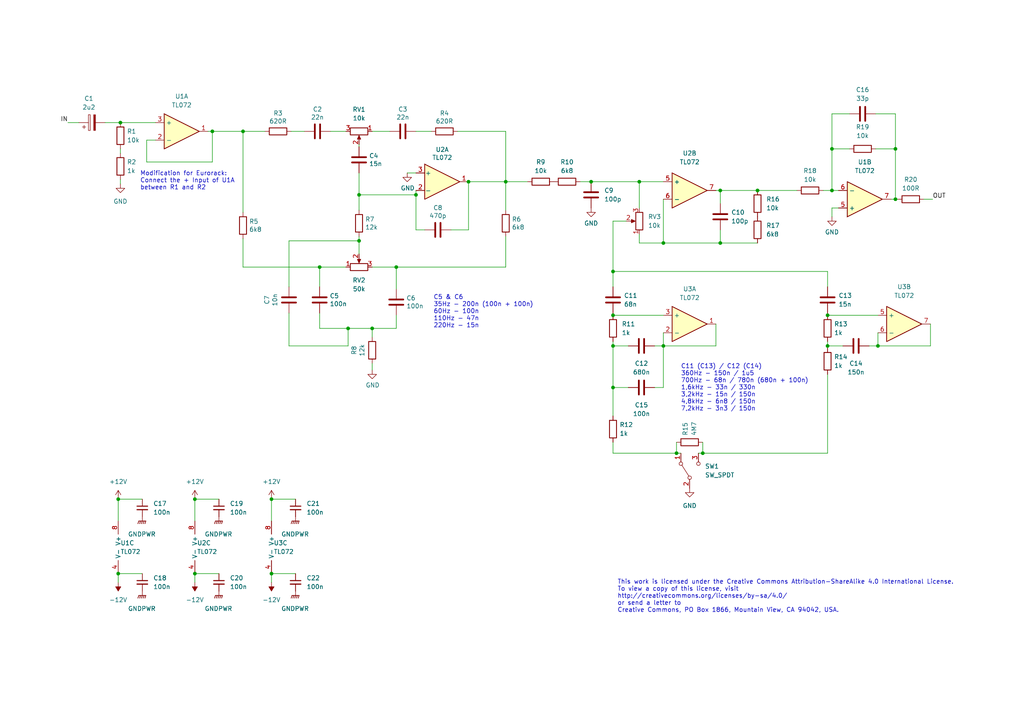
<source format=kicad_sch>
(kicad_sch (version 20211123) (generator eeschema)
  (paper "A4")
  (title_block (title "tiNYAN 73") (date "2021-12-31") (rev "1.0") (company "Robert-André Vettel"))
  (lib_symbols
    (symbol "Amplifier_Operational:LM4562" (pin_names (offset 0.127))
      (property "Reference" "U" (at 0 5.08 0))
      (property "Value" "LM4562" (at 0 -5.08 0))
      (symbol "LM4562_1_1"
        (polyline (pts (xy -5.08 5.08) (xy 5.08 0) (xy -5.08 -5.08) (xy -5.08 5.08)) (stroke (width 0.254)) (fill (type background)))
        (pin output line (at 7.62 0 180) (length 2.54) (name "~") (number "1"))
        (pin input line (at -7.62 -2.54 0) (length 2.54) (name "-") (number "2"))
        (pin input line (at -7.62 2.54 0) (length 2.54) (name "+") (number "3"))
      )
      (symbol "LM4562_2_1"
        (polyline (pts (xy -5.08 5.08) (xy 5.08 0) (xy -5.08 -5.08) (xy -5.08 5.08)) (stroke (width 0.254)) (fill (type background)))
        (pin input line (at -7.62 2.54 0) (length 2.54) (name "+") (number "5"))
        (pin input line (at -7.62 -2.54 0) (length 2.54) (name "-") (number "6"))
        (pin output line (at 7.62 0 180) (length 2.54) (name "~") (number "7"))
      )
      (symbol "LM4562_3_1"
        (pin power_in line (at -2.54 -7.62 90) (length 3.81) (name "V-") (number "4"))
        (pin power_in line (at -2.54 7.62 270) (length 3.81) (name "V+") (number "8"))
      )
    )
    (symbol "Device:C" (pin_numbers hide) (pin_names (offset 0.254))
      (property "Reference" "C" (at 0.635 2.54 0))
      (property "Value" "C" (at 0.635 -2.54 0))
      (symbol "C_0_1"
        (polyline (pts (xy -2.032 -0.762) (xy 2.032 -0.762)) (stroke (width 0.508)))
        (polyline (pts (xy -2.032 0.762) (xy 2.032 0.762)) (stroke (width 0.508)))
      )
      (symbol "C_1_1"
        (pin passive line (at 0 3.81 270) (length 2.794) (name "~") (number "1"))
        (pin passive line (at 0 -3.81 90) (length 2.794) (name "~") (number "2"))
      )
    )
    (symbol "Device:C_Polarized" (pin_numbers hide) (pin_names (offset 0.254))
      (property "Reference" "C" (at 0.635 2.54 0))
      (property "Value" "C_Polarized" (at 0.635 -2.54 0))
      (symbol "C_Polarized_0_1"
        (rectangle (start -2.286 0.508) (end 2.286 1.016))
        (polyline (pts (xy -1.778 2.286) (xy -0.762 2.286)))
        (polyline (pts (xy -1.27 2.794) (xy -1.27 1.778)))
        (rectangle (start 2.286 -0.508) (end -2.286 -1.016) (fill (type outline)))
      )
      (symbol "C_Polarized_1_1"
        (pin passive line (at 0 3.81 270) (length 2.794) (name "~") (number "1"))
        (pin passive line (at 0 -3.81 90) (length 2.794) (name "~") (number "2"))
      )
    )
    (symbol "Device:C_Small" (pin_numbers hide) (pin_names (offset 0.254) hide)
      (property "Reference" "C" (at 0.254 1.778 0))
      (property "Value" "C_Small" (at 0.254 -2.032 0))
      (symbol "C_Small_0_1"
        (polyline (pts (xy -1.524 -0.508) (xy 1.524 -0.508)) (stroke (width 0.3302)))
        (polyline (pts (xy -1.524 0.508) (xy 1.524 0.508)) (stroke (width 0.3048)))
      )
      (symbol "C_Small_1_1"
        (pin passive line (at 0 2.54 270) (length 2.032) (name "~") (number "1"))
        (pin passive line (at 0 -2.54 90) (length 2.032) (name "~") (number "2"))
      )
    )
    (symbol "Device:Opamp_Dual"
      (property "Reference" "U" (at 0 5.08 0))
      (property "Value" "Opamp_Dual" (at 0 -5.08 0))
      (symbol "Opamp_Dual_1_1"
        (polyline (pts (xy -5.08 5.08) (xy 5.08 0) (xy -5.08 -5.08) (xy -5.08 5.08)) (stroke (width 0.254)) (fill (type background)))
        (pin output line (at 7.62 0 180) (length 2.54) (name "~") (number "1"))
        (pin input line (at -7.62 -2.54 0) (length 2.54) (name "-") (number "2"))
        (pin input line (at -7.62 2.54 0) (length 2.54) (name "+") (number "3"))
      )
      (symbol "Opamp_Dual_2_1"
        (polyline (pts (xy -5.08 5.08) (xy 5.08 0) (xy -5.08 -5.08) (xy -5.08 5.08)) (stroke (width 0.254)) (fill (type background)))
        (pin input line (at -7.62 2.54 0) (length 2.54) (name "+") (number "5"))
        (pin input line (at -7.62 -2.54 0) (length 2.54) (name "-") (number "6"))
        (pin output line (at 7.62 0 180) (length 2.54) (name "~") (number "7"))
      )
      (symbol "Opamp_Dual_3_1"
        (pin power_in line (at -2.54 -7.62 90) (length 3.81) (name "V-") (number "4"))
        (pin power_in line (at -2.54 7.62 270) (length 3.81) (name "V+") (number "8"))
      )
    )
    (symbol "Device:R" (pin_numbers hide) (pin_names (offset 0))
      (property "Reference" "R" (at 2.032 0 90))
      (property "Value" "R" (at 0 0 90))
      (symbol "R_0_1"
        (rectangle (start -1.016 -2.54) (end 1.016 2.54) (stroke (width 0.254)))
      )
      (symbol "R_1_1"
        (pin passive line (at 0 3.81 270) (length 1.27) (name "~") (number "1"))
        (pin passive line (at 0 -3.81 90) (length 1.27) (name "~") (number "2"))
      )
    )
    (symbol "Device:R_Potentiometer" (pin_names (offset 1.016) hide)
      (property "Reference" "RV" (at -4.445 0 90))
      (property "Value" "R_Potentiometer" (at -2.54 0 90))
      (symbol "R_Potentiometer_0_1"
        (polyline (pts (xy 2.54 0) (xy 1.524 0)))
        (polyline (pts (xy 1.143 0) (xy 2.286 0.508) (xy 2.286 -0.508) (xy 1.143 0)) (fill (type outline)))
        (rectangle (start 1.016 2.54) (end -1.016 -2.54) (stroke (width 0.254)))
      )
      (symbol "R_Potentiometer_1_1"
        (pin passive line (at 0 3.81 270) (length 1.27) (name "1") (number "1"))
        (pin passive line (at 3.81 0 180) (length 1.27) (name "2") (number "2"))
        (pin passive line (at 0 -3.81 90) (length 1.27) (name "3") (number "3"))
      )
    )
    (symbol "Switch:SW_SPDT" (pin_names (offset 0) hide)
      (property "Reference" "SW" (at 0 4.318 0))
      (property "Value" "SW_SPDT" (at 0 -5.08 0))
      (symbol "SW_SPDT_0_0"
        (circle (center -2.032 0) (radius 0.508))
        (circle (center 2.032 -2.54) (radius 0.508))
      )
      (symbol "SW_SPDT_0_1"
        (polyline (pts (xy -1.524 0.254) (xy 1.651 2.286)))
        (circle (center 2.032 2.54) (radius 0.508))
      )
      (symbol "SW_SPDT_1_1"
        (pin passive line (at 5.08 2.54 180) (length 2.54) (name "A") (number "1"))
        (pin passive line (at -5.08 0 0) (length 2.54) (name "B") (number "2"))
        (pin passive line (at 5.08 -2.54 180) (length 2.54) (name "C") (number "3"))
      )
    )
    (symbol "power:+12V" (power) (pin_names (offset 0))
      (property "Value" "+12V" (at 0 3.556 0))
      (symbol "+12V_0_1"
        (polyline (pts (xy -0.762 1.27) (xy 0 2.54)))
        (polyline (pts (xy 0 0) (xy 0 2.54)))
        (polyline (pts (xy 0 2.54) (xy 0.762 1.27)))
      )
      (symbol "+12V_1_1"
        (pin power_in line (at 0 0 90) (length 0) hide (name "+12V") (number "1"))
      )
    )
    (symbol "power:-12V" (power) (pin_names (offset 0))
      (property "Value" "-12V" (at 0 3.81 0))
      (symbol "-12V_0_0"
        (pin power_in line (at 0 0 90) (length 0) hide (name "-12V") (number "1"))
      )
      (symbol "-12V_0_1"
        (polyline (pts (xy 0 0) (xy 0 1.27) (xy 0.762 1.27) (xy 0 2.54) (xy -0.762 1.27) (xy 0 1.27)) (fill (type outline)))
      )
    )
    (symbol "power:GND" (power) (pin_names (offset 0))
      (property "Value" "GND" (at 0 -3.81 0))
      (symbol "GND_0_1"
        (polyline (pts (xy 0 0) (xy 0 -1.27) (xy 1.27 -1.27) (xy 0 -2.54) (xy -1.27 -1.27) (xy 0 -1.27)))
      )
      (symbol "GND_1_1"
        (pin power_in line (at 0 0 270) (length 0) hide (name "GND") (number "1"))
      )
    )
    (symbol "power:GNDPWR" (power) (pin_names (offset 0))
      (property "Value" "GNDPWR" (at 0 -3.302 0))
      (symbol "GNDPWR_0_1"
        (polyline (pts (xy 0 -1.27) (xy 0 0)))
        (polyline (pts (xy -1.016 -1.27) (xy -1.27 -2.032) (xy -1.27 -2.032)) (stroke (width 0.2032)))
        (polyline (pts (xy -0.508 -1.27) (xy -0.762 -2.032) (xy -0.762 -2.032)) (stroke (width 0.2032)))
        (polyline (pts (xy 0 -1.27) (xy -0.254 -2.032) (xy -0.254 -2.032)) (stroke (width 0.2032)))
        (polyline (pts (xy 0.508 -1.27) (xy 0.254 -2.032) (xy 0.254 -2.032)) (stroke (width 0.2032)))
        (polyline (pts (xy 1.016 -1.27) (xy -1.016 -1.27) (xy -1.016 -1.27)) (stroke (width 0.2032)))
        (polyline (pts (xy 1.016 -1.27) (xy 0.762 -2.032) (xy 0.762 -2.032) (xy 0.762 -2.032)) (stroke (width 0.2032)))
      )
      (symbol "GNDPWR_1_1"
        (pin power_in line (at 0 0 270) (length 0) hide (name "GNDPWR") (number "1"))
      )
    )
  )
  (junction (at 259.715 43.18))
  (junction (at 100.965 95.25))
  (junction (at 241.3 43.18))
  (junction (at 177.8 91.44))
  (junction (at 34.29 166.37))
  (junction (at 259.715 57.785))
  (junction (at 192.405 70.485))
  (junction (at 203.835 131.445))
  (junction (at 104.14 56.515))
  (junction (at 171.45 52.705))
  (junction (at 120.65 56.515))
  (junction (at 219.71 55.245))
  (junction (at 240.03 100.33))
  (junction (at 78.74 144.78))
  (junction (at 34.29 144.78))
  (junction (at 192.405 100.33))
  (junction (at 185.42 52.705))
  (junction (at 196.215 131.445))
  (junction (at 177.8 100.33))
  (junction (at 56.515 144.78))
  (junction (at 146.685 52.705))
  (junction (at 104.14 69.85))
  (junction (at 34.925 35.56))
  (junction (at 240.03 91.44))
  (junction (at 241.3 55.245))
  (junction (at 254.635 100.33))
  (junction (at 56.515 166.37))
  (junction (at 107.95 95.25))
  (junction (at 208.915 55.245))
  (junction (at 61.595 38.1))
  (junction (at 135.89 52.705))
  (junction (at 114.935 77.47))
  (junction (at 70.485 38.1))
  (junction (at 177.8 112.395))
  (junction (at 92.71 77.47))
  (junction (at 208.915 70.485))
  (junction (at 78.74 166.37))
  (junction (at 177.8 78.74))
  (wire (pts (xy 197.485 131.445) (xy 196.215 131.445)))
  (wire (pts (xy 114.935 91.44) (xy 114.935 95.25)))
  (wire (pts (xy 269.875 100.33) (xy 269.875 93.98)))
  (wire (pts (xy 259.715 43.18) (xy 254 43.18)))
  (wire (pts (xy 240.03 78.74) (xy 240.03 83.185)))
  (wire (pts (xy 192.405 96.52) (xy 192.405 100.33)))
  (wire (pts (xy 92.71 83.185) (xy 92.71 77.47)))
  (wire (pts (xy 92.71 95.25) (xy 92.71 90.805)))
  (wire (pts (xy 240.03 100.33) (xy 240.03 100.965)))
  (wire (pts (xy 192.405 70.485) (xy 208.915 70.485)))
  (wire (pts (xy 88.265 38.1) (xy 84.455 38.1)))
  (wire (pts (xy 185.42 52.705) (xy 192.405 52.705)))
  (wire (pts (xy 83.82 69.85) (xy 104.14 69.85)))
  (wire (pts (xy 146.685 77.47) (xy 146.685 68.58)))
  (wire (pts (xy 196.215 131.445) (xy 177.8 131.445)))
  (wire (pts (xy 192.405 70.485) (xy 185.42 70.485)))
  (wire (pts (xy 120.65 56.515) (xy 104.14 56.515)))
  (wire (pts (xy 146.685 52.705) (xy 146.685 38.1)))
  (wire (pts (xy 259.715 33.02) (xy 259.715 43.18)))
  (wire (pts (xy 114.935 95.25) (xy 107.95 95.25)))
  (wire (pts (xy 34.29 144.78) (xy 34.29 151.13)))
  (wire (pts (xy 146.685 52.705) (xy 153.035 52.705)))
  (wire (pts (xy 219.71 55.245) (xy 231.14 55.245)))
  (wire (pts (xy 83.82 100.33) (xy 83.82 90.805)))
  (wire (pts (xy 56.515 144.78) (xy 56.515 151.13)))
  (wire (pts (xy 34.29 166.37) (xy 41.275 166.37)))
  (wire (pts (xy 104.14 68.58) (xy 104.14 69.85)))
  (wire (pts (xy 196.215 128.27) (xy 196.215 131.445)))
  (wire (pts (xy 259.715 43.18) (xy 259.715 57.785)))
  (wire (pts (xy 78.74 168.91) (xy 78.74 166.37)))
  (wire (pts (xy 135.89 52.705) (xy 146.685 52.705)))
  (wire (pts (xy 120.65 50.165) (xy 118.11 50.165)))
  (wire (pts (xy 100.965 95.25) (xy 107.95 95.25)))
  (wire (pts (xy 207.645 100.33) (xy 207.645 93.98)))
  (wire (pts (xy 243.205 60.325) (xy 241.3 60.325)))
  (wire (pts (xy 42.545 46.99) (xy 61.595 46.99)))
  (wire (pts (xy 240.03 100.33) (xy 244.475 100.33)))
  (wire (pts (xy 34.925 52.07) (xy 34.925 53.34)))
  (wire (pts (xy 56.515 168.91) (xy 56.515 166.37)))
  (wire (pts (xy 95.885 38.1) (xy 100.33 38.1)))
  (wire (pts (xy 92.71 77.47) (xy 100.33 77.47)))
  (wire (pts (xy 107.95 97.79) (xy 107.95 95.25)))
  (wire (pts (xy 61.595 38.1) (xy 70.485 38.1)))
  (wire (pts (xy 177.8 112.395) (xy 182.245 112.395)))
  (wire (pts (xy 240.03 108.585) (xy 240.03 131.445)))
  (wire (pts (xy 177.8 78.74) (xy 177.8 64.135)))
  (wire (pts (xy 70.485 38.1) (xy 76.835 38.1)))
  (wire (pts (xy 120.65 56.515) (xy 120.65 66.675)))
  (wire (pts (xy 135.89 66.675) (xy 135.89 52.705)))
  (wire (pts (xy 241.3 43.18) (xy 241.3 33.02)))
  (wire (pts (xy 185.42 70.485) (xy 185.42 67.945)))
  (wire (pts (xy 83.82 83.185) (xy 83.82 69.85)))
  (wire (pts (xy 70.485 38.1) (xy 70.485 61.595)))
  (wire (pts (xy 120.65 55.245) (xy 120.65 56.515)))
  (wire (pts (xy 78.74 166.37) (xy 85.725 166.37)))
  (wire (pts (xy 241.3 55.245) (xy 241.3 43.18)))
  (wire (pts (xy 70.485 69.215) (xy 70.485 77.47)))
  (wire (pts (xy 120.65 38.1) (xy 125.095 38.1)))
  (wire (pts (xy 56.515 144.78) (xy 63.5 144.78)))
  (wire (pts (xy 177.8 100.33) (xy 177.8 112.395)))
  (wire (pts (xy 254 33.02) (xy 259.715 33.02)))
  (wire (pts (xy 83.82 100.33) (xy 100.965 100.33)))
  (wire (pts (xy 61.595 38.1) (xy 60.325 38.1)))
  (wire (pts (xy 208.915 66.675) (xy 208.915 70.485)))
  (wire (pts (xy 240.03 91.44) (xy 254.635 91.44)))
  (wire (pts (xy 78.74 144.78) (xy 78.74 151.13)))
  (wire (pts (xy 100.965 95.25) (xy 100.965 100.33)))
  (wire (pts (xy 171.45 52.705) (xy 185.42 52.705)))
  (wire (pts (xy 241.3 33.02) (xy 246.38 33.02)))
  (wire (pts (xy 238.76 55.245) (xy 241.3 55.245)))
  (wire (pts (xy 30.48 35.56) (xy 34.925 35.56)))
  (wire (pts (xy 241.3 60.325) (xy 241.3 62.865)))
  (wire (pts (xy 189.865 100.33) (xy 192.405 100.33)))
  (wire (pts (xy 192.405 70.485) (xy 192.405 57.785)))
  (wire (pts (xy 192.405 100.33) (xy 192.405 112.395)))
  (wire (pts (xy 70.485 77.47) (xy 92.71 77.47)))
  (wire (pts (xy 34.925 43.18) (xy 34.925 44.45)))
  (wire (pts (xy 207.645 55.245) (xy 208.915 55.245)))
  (wire (pts (xy 34.29 144.78) (xy 41.275 144.78)))
  (wire (pts (xy 19.685 35.56) (xy 22.86 35.56)))
  (wire (pts (xy 130.81 66.675) (xy 135.89 66.675)))
  (wire (pts (xy 104.14 56.515) (xy 104.14 60.96)))
  (wire (pts (xy 104.14 41.91) (xy 104.14 42.545)))
  (wire (pts (xy 177.8 91.44) (xy 192.405 91.44)))
  (wire (pts (xy 114.935 77.47) (xy 146.685 77.47)))
  (wire (pts (xy 146.685 60.96) (xy 146.685 52.705)))
  (wire (pts (xy 208.915 55.245) (xy 219.71 55.245)))
  (wire (pts (xy 177.8 78.74) (xy 240.03 78.74)))
  (wire (pts (xy 254.635 96.52) (xy 254.635 100.33)))
  (wire (pts (xy 240.03 99.06) (xy 240.03 100.33)))
  (wire (pts (xy 177.8 128.27) (xy 177.8 131.445)))
  (wire (pts (xy 61.595 46.99) (xy 61.595 38.1)))
  (wire (pts (xy 34.925 35.56) (xy 45.085 35.56)))
  (wire (pts (xy 240.03 90.805) (xy 240.03 91.44)))
  (wire (pts (xy 132.715 38.1) (xy 146.685 38.1)))
  (wire (pts (xy 208.915 70.485) (xy 219.71 70.485)))
  (wire (pts (xy 168.275 52.705) (xy 171.45 52.705)))
  (wire (pts (xy 107.95 77.47) (xy 114.935 77.47)))
  (wire (pts (xy 120.65 66.675) (xy 123.19 66.675)))
  (wire (pts (xy 177.8 100.33) (xy 182.245 100.33)))
  (wire (pts (xy 203.835 131.445) (xy 240.03 131.445)))
  (wire (pts (xy 177.8 83.185) (xy 177.8 78.74)))
  (wire (pts (xy 107.95 38.1) (xy 113.03 38.1)))
  (wire (pts (xy 258.445 57.785) (xy 259.715 57.785)))
  (wire (pts (xy 45.085 40.64) (xy 42.545 40.64)))
  (wire (pts (xy 177.8 90.805) (xy 177.8 91.44)))
  (wire (pts (xy 56.515 166.37) (xy 63.5 166.37)))
  (wire (pts (xy 252.095 100.33) (xy 254.635 100.33)))
  (wire (pts (xy 192.405 112.395) (xy 189.865 112.395)))
  (wire (pts (xy 42.545 40.64) (xy 42.545 46.99)))
  (wire (pts (xy 177.8 99.06) (xy 177.8 100.33)))
  (wire (pts (xy 177.8 112.395) (xy 177.8 120.65)))
  (wire (pts (xy 254.635 100.33) (xy 269.875 100.33)))
  (wire (pts (xy 267.97 57.785) (xy 270.51 57.785)))
  (wire (pts (xy 243.205 55.245) (xy 241.3 55.245)))
  (wire (pts (xy 177.8 64.135) (xy 181.61 64.135)))
  (wire (pts (xy 107.95 107.315) (xy 107.95 105.41)))
  (wire (pts (xy 208.915 55.245) (xy 208.915 59.055)))
  (wire (pts (xy 104.14 69.85) (xy 104.14 73.66)))
  (wire (pts (xy 185.42 52.705) (xy 185.42 60.325)))
  (wire (pts (xy 34.29 168.91) (xy 34.29 166.37)))
  (wire (pts (xy 203.835 128.27) (xy 203.835 131.445)))
  (wire (pts (xy 104.14 50.165) (xy 104.14 56.515)))
  (wire (pts (xy 192.405 100.33) (xy 207.645 100.33)))
  (wire (pts (xy 78.74 144.78) (xy 85.725 144.78)))
  (wire (pts (xy 100.965 95.25) (xy 92.71 95.25)))
  (wire (pts (xy 202.565 131.445) (xy 203.835 131.445)))
  (wire (pts (xy 114.935 83.82) (xy 114.935 77.47)))
  (wire (pts (xy 259.715 57.785) (xy 260.35 57.785)))
  (wire (pts (xy 241.3 43.18) (xy 246.38 43.18)))
  (text "Modification for Eurorack:\nConnect the + Input of U1A\nbetween R1 and R2" (at 40.64 55.245 0) (effects (font (size 1.27 1.27)) (justify left bottom)))
  (text "C5 & C6\n35Hz - 200n (100n + 100n)\n60Hz - 100n\n110Hz - 47n\n220Hz - 15n" (at 125.73 95.25 0) (effects (font (size 1.27 1.27)) (justify left bottom)))
  (text "C11 (C13) / C12 (C14)\n360Hz - 150n / 1u5\n700Hz - 68n / 780n (680n + 100n)\n1,6kHz - 33n / 330n\n3,2kHz - 15n / 150n\n4,8kHz - 6n8 / 150n\n7,2kHz - 3n3 / 150n" (at 197.485 119.38 0) (effects (font (size 1.27 1.27)) (justify left bottom)))
  (text "This work is licensed under the Creative Commons Attribution-ShareAlike 4.0 International License.\nTo view a copy of this license, visit\nhttp://creativecommons.org/licenses/by-sa/4.0/\nor send a letter to\nCreative Commons, PO Box 1866, Mountain View, CA 94042, USA." (at 179.07 177.8 0) (effects (font (size 1.27 1.27)) (justify left bottom)))
  (label "OUT" (at 270.51 57.785 0))
  (label "IN" (at 19.685 35.56 180))
  (symbol (lib_id "Device:C") (at 127 66.675 90) (unit 1)
    (property "Reference" "C8" (at 127 60.2742 90))
    (property "Value" "470p" (at 127 62.5856 90))
    (property "Footprint" "Capacitor_THT:C_Disc_D5.0mm_W2.5mm_P5.00mm" (effects hide))
  )
  (symbol (lib_id "Device:R") (at 80.645 38.1 90) (unit 1)
    (property "Reference" "R3" (at 80.645 32.8422 90))
    (property "Value" "620R" (at 80.645 35.1536 90))
    (property "Footprint" "Resistor_THT:R_Axial_DIN0207_L6.3mm_D2.5mm_P10.16mm_Horizontal" (effects hide))
  )
  (symbol (lib_id "Device:R") (at 70.485 65.405 0) (unit 1)
    (property "Reference" "R5" (at 72.263 64.2366 0) (effects (justify left)))
    (property "Value" "6k8" (at 72.263 66.548 0) (effects (justify left)))
    (property "Footprint" "Resistor_THT:R_Axial_DIN0207_L6.3mm_D2.5mm_P10.16mm_Horizontal" (effects hide))
  )
  (symbol (lib_id "Device:R") (at 104.14 64.77 0) (unit 1)
    (property "Reference" "R7" (at 105.918 63.6016 0) (effects (justify left)))
    (property "Value" "12k" (at 105.918 65.913 0) (effects (justify left)))
    (property "Footprint" "Resistor_THT:R_Axial_DIN0207_L6.3mm_D2.5mm_P10.16mm_Horizontal" (effects hide))
  )
  (symbol (lib_id "Device:R") (at 146.685 64.77 0) (unit 1)
    (property "Reference" "R6" (at 148.463 63.6016 0) (effects (justify left)))
    (property "Value" "6k8" (at 148.463 65.913 0) (effects (justify left)))
    (property "Footprint" "Resistor_THT:R_Axial_DIN0207_L6.3mm_D2.5mm_P10.16mm_Horizontal" (effects hide))
  )
  (symbol (lib_id "Device:R") (at 128.905 38.1 90) (unit 1)
    (property "Reference" "R4" (at 128.905 32.8422 90))
    (property "Value" "620R" (at 128.905 35.1536 90))
    (property "Footprint" "Resistor_THT:R_Axial_DIN0207_L6.3mm_D2.5mm_P10.16mm_Horizontal" (effects hide))
  )
  (symbol (lib_id "Device:R") (at 107.95 101.6 180) (unit 1)
    (property "Reference" "R8" (at 102.6922 101.6 90))
    (property "Value" "12k" (at 105.0036 101.6 90))
    (property "Footprint" "Resistor_THT:R_Axial_DIN0207_L6.3mm_D2.5mm_P10.16mm_Horizontal" (effects hide))
  )
  (symbol (lib_id "Device:C") (at 104.14 46.355 0) (unit 1)
    (property "Reference" "C4" (at 107.061 45.1866 0) (effects (justify left)))
    (property "Value" "15n" (at 107.061 47.498 0) (effects (justify left)))
    (property "Footprint" "Capacitor_THT:C_Rect_L10.0mm_W3.0mm_P7.50mm_MKS4" (effects hide))
  )
  (symbol (lib_id "Device:C") (at 92.075 38.1 90) (unit 1)
    (property "Reference" "C2" (at 92.075 31.6992 90))
    (property "Value" "22n" (at 92.075 34.0106 90))
    (property "Footprint" "Capacitor_THT:C_Rect_L10.0mm_W3.0mm_P7.50mm_MKS4" (effects hide))
  )
  (symbol (lib_id "Device:C") (at 116.84 38.1 90) (unit 1)
    (property "Reference" "C3" (at 116.84 31.6992 90))
    (property "Value" "22n" (at 116.84 34.0106 90))
    (property "Footprint" "Capacitor_THT:C_Rect_L10.0mm_W3.0mm_P7.50mm_MKS4" (effects hide))
  )
  (symbol (lib_id "Device:C") (at 83.82 86.995 0) (unit 1)
    (property "Reference" "C7" (at 77.4192 86.995 90))
    (property "Value" "10n" (at 79.7306 86.995 90))
    (property "Footprint" "Capacitor_THT:C_Rect_L7.2mm_W3.5mm_P5.00mm_FKS2_FKP2_MKS2_MKP2" (effects hide))
  )
  (symbol (lib_id "power:GND") (at 118.11 50.165 0) (unit 1)
    (property "Reference" "#PWR02" (effects hide))
    (property "Value" "GND" (at 118.237 54.5592 0))
  )
  (symbol (lib_id "power:GND") (at 107.95 107.315 0) (unit 1)
    (property "Reference" "#PWR01" (effects hide))
    (property "Value" "GND" (at 108.077 111.7092 0))
  )
  (symbol (lib_id "Device:C") (at 114.935 87.63 0) (unit 1)
    (property "Reference" "C6" (at 117.856 86.4616 0) (effects (justify left)))
    (property "Value" "100n" (at 117.856 88.773 0) (effects (justify left)))
    (property "Footprint" "Capacitor_THT:C_Rect_L10.0mm_W3.0mm_P7.50mm_MKS4" (effects hide))
  )
  (symbol (lib_id "Amplifier_Operational:LM4562") (at 128.27 52.705 0) (unit 1)
    (property "Reference" "U2" (at 128.27 43.3832 0))
    (property "Value" "TL072" (at 128.27 45.6946 0))
    (property "Datasheet" "http://www.ti.com/lit/ds/symlink/lm4562.pdf" (effects hide))
  )
  (symbol (lib_id "Device:C") (at 92.71 86.995 0) (unit 1)
    (property "Reference" "C5" (at 95.631 85.8266 0) (effects (justify left)))
    (property "Value" "100n" (at 95.631 88.138 0) (effects (justify left)))
    (property "Footprint" "Capacitor_THT:C_Rect_L10.0mm_W3.0mm_P7.50mm_MKS4" (effects hide))
  )
  (symbol (lib_id "Device:Opamp_Dual") (at 200.025 55.245 0) (unit 2)
    (property "Reference" "U2" (at 200.025 44.45 0))
    (property "Value" "TL072" (at 200.025 46.99 0))
  )
  (symbol (lib_id "power:GNDPWR") (at 85.725 171.45 0) (unit 1)
    (property "Reference" "#PWR018" (effects hide))
    (property "Value" "GNDPWR" (at 85.598 176.53 0))
  )
  (symbol (lib_id "Device:C_Small") (at 41.275 147.32 0) (unit 1)
    (property "Reference" "C17" (at 44.45 146.0562 0) (effects (justify left)))
    (property "Value" "100n" (at 44.45 148.5962 0) (effects (justify left)))
  )
  (symbol (lib_id "power:+12V") (at 34.29 144.78 0) (unit 1)
    (property "Reference" "#PWR07" (effects hide))
    (property "Value" "+12V" (at 34.29 139.7 0))
  )
  (symbol (lib_id "Device:C") (at 171.45 56.515 0) (unit 1)
    (property "Reference" "C9" (at 175.26 55.2449 0) (effects (justify left)))
    (property "Value" "100p" (at 175.26 57.7849 0) (effects (justify left)))
  )
  (symbol (lib_id "Device:C_Small") (at 63.5 147.32 0) (unit 1)
    (property "Reference" "C19" (at 66.675 146.0562 0) (effects (justify left)))
    (property "Value" "100n" (at 66.675 148.5962 0) (effects (justify left)))
  )
  (symbol (lib_id "power:-12V") (at 34.29 168.91 180) (unit 1)
    (property "Reference" "#PWR08" (effects hide))
    (property "Value" "-12V" (at 34.29 173.99 0))
  )
  (symbol (lib_id "Device:C_Small") (at 85.725 147.32 0) (unit 1)
    (property "Reference" "C21" (at 88.9 146.0562 0) (effects (justify left)))
    (property "Value" "100n" (at 88.9 148.5962 0) (effects (justify left)))
  )
  (symbol (lib_id "Device:R") (at 156.845 52.705 270) (unit 1)
    (property "Reference" "R9" (at 156.845 46.99 90))
    (property "Value" "10k" (at 156.845 49.53 90))
  )
  (symbol (lib_id "Device:C_Small") (at 63.5 168.91 0) (unit 1)
    (property "Reference" "C20" (at 66.675 167.6462 0) (effects (justify left)))
    (property "Value" "100n" (at 66.675 170.1862 0) (effects (justify left)))
  )
  (symbol (lib_id "power:GND") (at 241.3 62.865 0) (unit 1)
    (property "Reference" "#PWR06" (effects hide))
    (property "Value" "GND" (at 241.3 67.31 0))
  )
  (symbol (lib_id "power:GNDPWR") (at 41.275 149.86 0) (unit 1)
    (property "Reference" "#PWR09" (effects hide))
    (property "Value" "GNDPWR" (at 41.148 154.94 0))
  )
  (symbol (lib_id "Device:Opamp_Dual") (at 52.705 38.1 0) (unit 1)
    (property "Reference" "U1" (at 52.705 27.94 0))
    (property "Value" "TL072" (at 52.705 30.48 0))
  )
  (symbol (lib_id "Device:R") (at 177.8 95.25 0) (unit 1)
    (property "Reference" "R11" (at 180.34 93.9799 0) (effects (justify left)))
    (property "Value" "1k" (at 180.34 96.5199 0) (effects (justify left)))
  )
  (symbol (lib_id "Device:C") (at 186.055 112.395 90) (unit 1)
    (property "Reference" "C15" (at 186.055 117.475 90))
    (property "Value" "100n" (at 186.055 120.015 90))
  )
  (symbol (lib_id "power:GNDPWR") (at 41.275 171.45 0) (unit 1)
    (property "Reference" "#PWR010" (effects hide))
    (property "Value" "GNDPWR" (at 41.148 176.53 0))
  )
  (symbol (lib_id "Device:Opamp_Dual") (at 59.055 158.75 0) (unit 3)
    (property "Reference" "U2" (at 57.15 157.4799 0) (effects (justify left)))
    (property "Value" "TL072" (at 57.15 160.0199 0) (effects (justify left)))
  )
  (symbol (lib_id "Device:C") (at 248.285 100.33 90) (unit 1)
    (property "Reference" "C14" (at 248.285 105.41 90))
    (property "Value" "150n" (at 248.285 107.95 90))
  )
  (symbol (lib_id "Device:Opamp_Dual") (at 81.28 158.75 0) (unit 3)
    (property "Reference" "U3" (at 79.375 157.4799 0) (effects (justify left)))
    (property "Value" "TL072" (at 79.375 160.0199 0) (effects (justify left)))
  )
  (symbol (lib_id "Device:C") (at 177.8 86.995 0) (unit 1)
    (property "Reference" "C11" (at 180.975 85.7249 0) (effects (justify left)))
    (property "Value" "68n" (at 180.975 88.2649 0) (effects (justify left)))
  )
  (symbol (lib_id "Device:R") (at 177.8 124.46 0) (unit 1)
    (property "Reference" "R12" (at 179.705 123.1899 0) (effects (justify left)))
    (property "Value" "1k" (at 179.705 125.7299 0) (effects (justify left)))
  )
  (symbol (lib_id "power:GND") (at 34.925 53.34 0) (unit 1)
    (property "Reference" "#PWR03" (effects hide))
    (property "Value" "GND" (at 34.925 58.42 0))
  )
  (symbol (lib_id "Device:C_Small") (at 85.725 168.91 0) (unit 1)
    (property "Reference" "C22" (at 88.9 167.6462 0) (effects (justify left)))
    (property "Value" "100n" (at 88.9 170.1862 0) (effects (justify left)))
  )
  (symbol (lib_id "Device:R") (at 240.03 95.25 0) (unit 1)
    (property "Reference" "R13" (at 241.935 93.9799 0) (effects (justify left)))
    (property "Value" "1k" (at 241.935 96.5199 0) (effects (justify left)))
  )
  (symbol (lib_id "Switch:SW_SPDT") (at 200.025 136.525 90) (unit 1)
    (property "Reference" "SW1" (at 204.47 135.2549 90) (effects (justify right)))
    (property "Value" "SW_SPDT" (at 204.47 137.7949 90) (effects (justify right)))
  )
  (symbol (lib_id "Device:C_Small") (at 41.275 168.91 0) (unit 1)
    (property "Reference" "C18" (at 44.45 167.6462 0) (effects (justify left)))
    (property "Value" "100n" (at 44.45 170.1862 0) (effects (justify left)))
  )
  (symbol (lib_id "power:GNDPWR") (at 85.725 149.86 0) (unit 1)
    (property "Reference" "#PWR017" (effects hide))
    (property "Value" "GNDPWR" (at 85.598 154.94 0))
  )
  (symbol (lib_id "power:-12V") (at 78.74 168.91 180) (unit 1)
    (property "Reference" "#PWR016" (effects hide))
    (property "Value" "-12V" (at 78.74 173.99 0))
  )
  (symbol (lib_id "Device:C") (at 240.03 86.995 0) (unit 1)
    (property "Reference" "C13" (at 243.205 85.7249 0) (effects (justify left)))
    (property "Value" "15n" (at 243.205 88.2649 0) (effects (justify left)))
  )
  (symbol (lib_id "Device:R") (at 34.925 39.37 0) (unit 1)
    (property "Reference" "R1" (at 36.83 38.0999 0) (effects (justify left)))
    (property "Value" "10k" (at 36.83 40.6399 0) (effects (justify left)))
  )
  (symbol (lib_id "Device:R") (at 219.71 59.055 0) (unit 1)
    (property "Reference" "R16" (at 222.25 57.7849 0) (effects (justify left)))
    (property "Value" "10k" (at 222.25 60.3249 0) (effects (justify left)))
  )
  (symbol (lib_id "Device:Opamp_Dual") (at 262.255 93.98 0) (unit 2)
    (property "Reference" "U3" (at 262.255 83.185 0))
    (property "Value" "TL072" (at 262.255 85.725 0))
  )
  (symbol (lib_id "Device:Opamp_Dual") (at 250.825 57.785 0) (mirror x) (unit 2)
    (property "Reference" "U1" (at 250.825 46.99 0))
    (property "Value" "TL072" (at 250.825 49.53 0))
  )
  (symbol (lib_id "Device:C_Polarized") (at 26.67 35.56 90) (unit 1)
    (property "Reference" "C1" (at 25.781 28.575 90))
    (property "Value" "2u2" (at 25.781 31.115 90))
  )
  (symbol (lib_id "Device:R") (at 264.16 57.785 270) (unit 1)
    (property "Reference" "R20" (at 264.16 52.07 90))
    (property "Value" "100R" (at 264.16 54.61 90))
  )
  (symbol (lib_id "Device:C") (at 208.915 62.865 0) (unit 1)
    (property "Reference" "C10" (at 212.09 61.5949 0) (effects (justify left)))
    (property "Value" "100p" (at 212.09 64.1349 0) (effects (justify left)))
  )
  (symbol (lib_id "Device:Opamp_Dual") (at 200.025 93.98 0) (unit 1)
    (property "Reference" "U3" (at 200.025 83.82 0))
    (property "Value" "TL072" (at 200.025 86.36 0))
  )
  (symbol (lib_id "Device:C") (at 250.19 33.02 90) (unit 1)
    (property "Reference" "C16" (at 250.19 26.035 90))
    (property "Value" "33p" (at 250.19 28.575 90))
  )
  (symbol (lib_id "Device:R") (at 200.025 128.27 90) (unit 1)
    (property "Reference" "R15" (at 198.7549 126.365 0) (effects (justify left)))
    (property "Value" "4M7" (at 201.2949 126.365 0) (effects (justify left)))
  )
  (symbol (lib_id "Device:R") (at 219.71 66.675 0) (unit 1)
    (property "Reference" "R17" (at 222.25 65.4049 0) (effects (justify left)))
    (property "Value" "6k8" (at 222.25 67.9449 0) (effects (justify left)))
  )
  (symbol (lib_id "Device:C") (at 186.055 100.33 90) (unit 1)
    (property "Reference" "C12" (at 186.055 105.41 90))
    (property "Value" "680n" (at 186.055 107.95 90))
  )
  (symbol (lib_id "Device:R_Potentiometer") (at 185.42 64.135 180) (unit 1)
    (property "Reference" "RV3" (at 187.96 62.8649 0) (effects (justify right)))
    (property "Value" "10k" (at 187.96 65.4049 0) (effects (justify right)))
  )
  (symbol (lib_id "power:+12V") (at 56.515 144.78 0) (unit 1)
    (property "Reference" "#PWR011" (effects hide))
    (property "Value" "+12V" (at 56.515 139.7 0))
  )
  (symbol (lib_id "Device:R_Potentiometer") (at 104.14 38.1 270) (unit 1)
    (property "Reference" "RV1" (at 104.14 31.75 90))
    (property "Value" "10k" (at 104.14 34.29 90))
  )
  (symbol (lib_id "Device:R") (at 164.465 52.705 270) (unit 1)
    (property "Reference" "R10" (at 164.465 46.99 90))
    (property "Value" "6k8" (at 164.465 49.53 90))
  )
  (symbol (lib_id "Device:R") (at 234.95 55.245 270) (unit 1)
    (property "Reference" "R18" (at 234.95 49.53 90))
    (property "Value" "10k" (at 234.95 52.07 90))
  )
  (symbol (lib_id "power:+12V") (at 78.74 144.78 0) (unit 1)
    (property "Reference" "#PWR015" (effects hide))
    (property "Value" "+12V" (at 78.74 139.7 0))
  )
  (symbol (lib_id "Device:R") (at 250.19 43.18 270) (unit 1)
    (property "Reference" "R19" (at 250.19 36.83 90))
    (property "Value" "10k" (at 250.19 39.37 90))
  )
  (symbol (lib_id "Device:R_Potentiometer") (at 104.14 77.47 90) (unit 1)
    (property "Reference" "RV2" (at 104.14 81.28 90))
    (property "Value" "50k" (at 104.14 83.82 90))
  )
  (symbol (lib_id "Device:R") (at 240.03 104.775 0) (unit 1)
    (property "Reference" "R14" (at 241.935 103.5049 0) (effects (justify left)))
    (property "Value" "1k" (at 241.935 106.0449 0) (effects (justify left)))
  )
  (symbol (lib_id "Device:R") (at 34.925 48.26 0) (unit 1)
    (property "Reference" "R2" (at 36.83 46.9899 0) (effects (justify left)))
    (property "Value" "1k" (at 36.83 49.5299 0) (effects (justify left)))
  )
  (symbol (lib_id "power:GND") (at 171.45 60.325 0) (unit 1)
    (property "Reference" "#PWR04" (effects hide))
    (property "Value" "GND" (at 171.45 64.77 0))
  )
  (symbol (lib_id "power:GNDPWR") (at 63.5 149.86 0) (unit 1)
    (property "Reference" "#PWR013" (effects hide))
    (property "Value" "GNDPWR" (at 63.373 154.94 0))
  )
  (symbol (lib_id "Device:Opamp_Dual") (at 36.83 158.75 0) (unit 3)
    (property "Reference" "U1" (at 34.925 157.4799 0) (effects (justify left)))
    (property "Value" "TL072" (at 34.925 160.0199 0) (effects (justify left)))
  )
  (symbol (lib_id "power:GNDPWR") (at 63.5 171.45 0) (unit 1)
    (property "Reference" "#PWR014" (effects hide))
    (property "Value" "GNDPWR" (at 63.373 176.53 0))
  )
  (symbol (lib_id "power:-12V") (at 56.515 168.91 180) (unit 1)
    (property "Reference" "#PWR012" (effects hide))
    (property "Value" "-12V" (at 56.515 173.99 0))
  )
  (symbol (lib_id "power:GND") (at 200.025 141.605 0) (unit 1)
    (property "Reference" "#PWR05" (effects hide))
    (property "Value" "GND" (at 200.025 146.685 0))
  )
)
</source>
